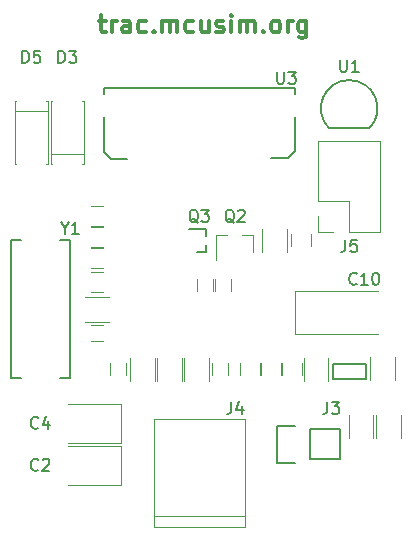
<source format=gto>
G04 #@! TF.FileFunction,Legend,Top*
%FSLAX46Y46*%
G04 Gerber Fmt 4.6, Leading zero omitted, Abs format (unit mm)*
G04 Created by KiCad (PCBNEW 4.0.7) date Sun May 27 13:06:25 2018*
%MOMM*%
%LPD*%
G01*
G04 APERTURE LIST*
%ADD10C,0.100000*%
%ADD11C,0.300000*%
%ADD12C,0.150000*%
%ADD13C,0.120000*%
G04 APERTURE END LIST*
D10*
D11*
X131206857Y-80958571D02*
X131778286Y-80958571D01*
X131421143Y-80458571D02*
X131421143Y-81744286D01*
X131492571Y-81887143D01*
X131635429Y-81958571D01*
X131778286Y-81958571D01*
X132278286Y-81958571D02*
X132278286Y-80958571D01*
X132278286Y-81244286D02*
X132349714Y-81101429D01*
X132421143Y-81030000D01*
X132564000Y-80958571D01*
X132706857Y-80958571D01*
X133849714Y-81958571D02*
X133849714Y-81172857D01*
X133778285Y-81030000D01*
X133635428Y-80958571D01*
X133349714Y-80958571D01*
X133206857Y-81030000D01*
X133849714Y-81887143D02*
X133706857Y-81958571D01*
X133349714Y-81958571D01*
X133206857Y-81887143D01*
X133135428Y-81744286D01*
X133135428Y-81601429D01*
X133206857Y-81458571D01*
X133349714Y-81387143D01*
X133706857Y-81387143D01*
X133849714Y-81315714D01*
X135206857Y-81887143D02*
X135064000Y-81958571D01*
X134778286Y-81958571D01*
X134635428Y-81887143D01*
X134564000Y-81815714D01*
X134492571Y-81672857D01*
X134492571Y-81244286D01*
X134564000Y-81101429D01*
X134635428Y-81030000D01*
X134778286Y-80958571D01*
X135064000Y-80958571D01*
X135206857Y-81030000D01*
X135849714Y-81815714D02*
X135921142Y-81887143D01*
X135849714Y-81958571D01*
X135778285Y-81887143D01*
X135849714Y-81815714D01*
X135849714Y-81958571D01*
X136564000Y-81958571D02*
X136564000Y-80958571D01*
X136564000Y-81101429D02*
X136635428Y-81030000D01*
X136778286Y-80958571D01*
X136992571Y-80958571D01*
X137135428Y-81030000D01*
X137206857Y-81172857D01*
X137206857Y-81958571D01*
X137206857Y-81172857D02*
X137278286Y-81030000D01*
X137421143Y-80958571D01*
X137635428Y-80958571D01*
X137778286Y-81030000D01*
X137849714Y-81172857D01*
X137849714Y-81958571D01*
X139206857Y-81887143D02*
X139064000Y-81958571D01*
X138778286Y-81958571D01*
X138635428Y-81887143D01*
X138564000Y-81815714D01*
X138492571Y-81672857D01*
X138492571Y-81244286D01*
X138564000Y-81101429D01*
X138635428Y-81030000D01*
X138778286Y-80958571D01*
X139064000Y-80958571D01*
X139206857Y-81030000D01*
X140492571Y-80958571D02*
X140492571Y-81958571D01*
X139849714Y-80958571D02*
X139849714Y-81744286D01*
X139921142Y-81887143D01*
X140064000Y-81958571D01*
X140278285Y-81958571D01*
X140421142Y-81887143D01*
X140492571Y-81815714D01*
X141135428Y-81887143D02*
X141278285Y-81958571D01*
X141564000Y-81958571D01*
X141706857Y-81887143D01*
X141778285Y-81744286D01*
X141778285Y-81672857D01*
X141706857Y-81530000D01*
X141564000Y-81458571D01*
X141349714Y-81458571D01*
X141206857Y-81387143D01*
X141135428Y-81244286D01*
X141135428Y-81172857D01*
X141206857Y-81030000D01*
X141349714Y-80958571D01*
X141564000Y-80958571D01*
X141706857Y-81030000D01*
X142421143Y-81958571D02*
X142421143Y-80958571D01*
X142421143Y-80458571D02*
X142349714Y-80530000D01*
X142421143Y-80601429D01*
X142492571Y-80530000D01*
X142421143Y-80458571D01*
X142421143Y-80601429D01*
X143135429Y-81958571D02*
X143135429Y-80958571D01*
X143135429Y-81101429D02*
X143206857Y-81030000D01*
X143349715Y-80958571D01*
X143564000Y-80958571D01*
X143706857Y-81030000D01*
X143778286Y-81172857D01*
X143778286Y-81958571D01*
X143778286Y-81172857D02*
X143849715Y-81030000D01*
X143992572Y-80958571D01*
X144206857Y-80958571D01*
X144349715Y-81030000D01*
X144421143Y-81172857D01*
X144421143Y-81958571D01*
X145135429Y-81815714D02*
X145206857Y-81887143D01*
X145135429Y-81958571D01*
X145064000Y-81887143D01*
X145135429Y-81815714D01*
X145135429Y-81958571D01*
X146064001Y-81958571D02*
X145921143Y-81887143D01*
X145849715Y-81815714D01*
X145778286Y-81672857D01*
X145778286Y-81244286D01*
X145849715Y-81101429D01*
X145921143Y-81030000D01*
X146064001Y-80958571D01*
X146278286Y-80958571D01*
X146421143Y-81030000D01*
X146492572Y-81101429D01*
X146564001Y-81244286D01*
X146564001Y-81672857D01*
X146492572Y-81815714D01*
X146421143Y-81887143D01*
X146278286Y-81958571D01*
X146064001Y-81958571D01*
X147206858Y-81958571D02*
X147206858Y-80958571D01*
X147206858Y-81244286D02*
X147278286Y-81101429D01*
X147349715Y-81030000D01*
X147492572Y-80958571D01*
X147635429Y-80958571D01*
X148778286Y-80958571D02*
X148778286Y-82172857D01*
X148706857Y-82315714D01*
X148635429Y-82387143D01*
X148492572Y-82458571D01*
X148278286Y-82458571D01*
X148135429Y-82387143D01*
X148778286Y-81887143D02*
X148635429Y-81958571D01*
X148349715Y-81958571D01*
X148206857Y-81887143D01*
X148135429Y-81815714D01*
X148064000Y-81672857D01*
X148064000Y-81244286D01*
X148135429Y-81101429D01*
X148206857Y-81030000D01*
X148349715Y-80958571D01*
X148635429Y-80958571D01*
X148778286Y-81030000D01*
D12*
X140300000Y-100568000D02*
X139500000Y-100568000D01*
X140300000Y-98568000D02*
X138800000Y-98568000D01*
X140300000Y-99968000D02*
X140300000Y-100568000D01*
X140300000Y-99168000D02*
X140300000Y-98568000D01*
X123738640Y-99560380D02*
X123738640Y-111259620D01*
X128737360Y-111259620D02*
X128737360Y-99560380D01*
X123738640Y-111259620D02*
X124587000Y-111259620D01*
X128737360Y-111259620D02*
X127889000Y-111259620D01*
X123738640Y-99560380D02*
X124587000Y-99560380D01*
X128737360Y-99560380D02*
X127889000Y-99560380D01*
D13*
X133102000Y-120268000D02*
X128552000Y-120268000D01*
X133102000Y-116968000D02*
X128552000Y-116968000D01*
X133102000Y-120268000D02*
X133102000Y-116968000D01*
X148586000Y-109490000D02*
X148586000Y-111490000D01*
X150626000Y-111490000D02*
X150626000Y-109490000D01*
X133101000Y-116712000D02*
X128551000Y-116712000D01*
X133101000Y-113412000D02*
X128551000Y-113412000D01*
X133101000Y-116712000D02*
X133101000Y-113412000D01*
X152396000Y-114316000D02*
X152396000Y-116316000D01*
X154436000Y-116316000D02*
X154436000Y-114316000D01*
X130564000Y-98386000D02*
X131564000Y-98386000D01*
X131564000Y-96686000D02*
X130564000Y-96686000D01*
X130564000Y-101942000D02*
X131564000Y-101942000D01*
X131564000Y-100242000D02*
X130564000Y-100242000D01*
X149186000Y-100068000D02*
X149186000Y-99068000D01*
X147486000Y-99068000D02*
X147486000Y-100068000D01*
X147777000Y-103814000D02*
X154877000Y-103814000D01*
X147777000Y-107514000D02*
X154877000Y-107514000D01*
X147777000Y-103814000D02*
X147777000Y-107514000D01*
X130548000Y-103974000D02*
X131548000Y-103974000D01*
X131548000Y-102274000D02*
X130548000Y-102274000D01*
X130564000Y-100164000D02*
X131564000Y-100164000D01*
X131564000Y-98464000D02*
X130564000Y-98464000D01*
X144868000Y-110990000D02*
X144868000Y-109990000D01*
X143168000Y-109990000D02*
X143168000Y-110990000D01*
X146646000Y-110990000D02*
X146646000Y-109990000D01*
X144946000Y-109990000D02*
X144946000Y-110990000D01*
X148424000Y-110990000D02*
X148424000Y-109990000D01*
X146724000Y-109990000D02*
X146724000Y-110990000D01*
X127244000Y-93084000D02*
X127114000Y-93084000D01*
X127114000Y-93084000D02*
X127114000Y-87764000D01*
X127114000Y-87764000D02*
X127244000Y-87764000D01*
X129804000Y-93084000D02*
X129934000Y-93084000D01*
X129934000Y-93084000D02*
X129934000Y-87764000D01*
X129934000Y-87764000D02*
X129804000Y-87764000D01*
X127114000Y-92244000D02*
X129934000Y-92244000D01*
X126756000Y-87764000D02*
X126886000Y-87764000D01*
X126886000Y-87764000D02*
X126886000Y-93084000D01*
X126886000Y-93084000D02*
X126756000Y-93084000D01*
X124196000Y-87764000D02*
X124066000Y-87764000D01*
X124066000Y-87764000D02*
X124066000Y-93084000D01*
X124066000Y-93084000D02*
X124196000Y-93084000D01*
X126886000Y-88604000D02*
X124066000Y-88604000D01*
D12*
X153800000Y-110044000D02*
X153800000Y-111344000D01*
X151000000Y-110044000D02*
X153800000Y-110044000D01*
X151000000Y-111344000D02*
X151000000Y-110044000D01*
X153800000Y-111344000D02*
X151000000Y-111344000D01*
D13*
X135850000Y-122868000D02*
X143550000Y-122868000D01*
X135850000Y-123868000D02*
X143550000Y-123868000D01*
X143550000Y-123868000D02*
X143550000Y-114668000D01*
X143550000Y-114668000D02*
X135850000Y-114668000D01*
X135850000Y-114668000D02*
X135850000Y-123868000D01*
X149800000Y-96266000D02*
X149800000Y-91126000D01*
X149800000Y-91126000D02*
X155000000Y-91126000D01*
X155000000Y-91126000D02*
X155000000Y-98866000D01*
X155000000Y-98866000D02*
X152400000Y-98866000D01*
X152400000Y-98866000D02*
X152400000Y-96266000D01*
X152400000Y-96266000D02*
X149800000Y-96266000D01*
X149800000Y-97536000D02*
X149800000Y-98866000D01*
X149800000Y-98866000D02*
X151070000Y-98866000D01*
X144262000Y-99078000D02*
X143332000Y-99078000D01*
X141102000Y-99078000D02*
X142032000Y-99078000D01*
X141102000Y-99078000D02*
X141102000Y-101238000D01*
X144262000Y-99078000D02*
X144262000Y-100538000D01*
X156264000Y-109416000D02*
X156264000Y-111416000D01*
X154124000Y-111416000D02*
X154124000Y-109416000D01*
X156772000Y-114316000D02*
X156772000Y-116316000D01*
X154632000Y-116316000D02*
X154632000Y-114316000D01*
X147120000Y-98568000D02*
X147120000Y-100568000D01*
X144980000Y-100568000D02*
X144980000Y-98568000D01*
X141052000Y-103878000D02*
X141052000Y-102878000D01*
X142412000Y-102878000D02*
X142412000Y-103878000D01*
X139528000Y-103878000D02*
X139528000Y-102878000D01*
X140888000Y-102878000D02*
X140888000Y-103878000D01*
X130064000Y-104340000D02*
X132064000Y-104340000D01*
X132064000Y-106480000D02*
X130064000Y-106480000D01*
X130564000Y-106762000D02*
X131564000Y-106762000D01*
X131564000Y-108122000D02*
X130564000Y-108122000D01*
X132162000Y-110990000D02*
X132162000Y-109990000D01*
X133522000Y-109990000D02*
X133522000Y-110990000D01*
X140798000Y-110990000D02*
X140798000Y-109990000D01*
X142158000Y-109990000D02*
X142158000Y-110990000D01*
X138376000Y-111490000D02*
X138376000Y-109490000D01*
X140516000Y-109490000D02*
X140516000Y-111490000D01*
X136090000Y-111490000D02*
X136090000Y-109490000D01*
X138230000Y-109490000D02*
X138230000Y-111490000D01*
X133804000Y-111490000D02*
X133804000Y-109490000D01*
X135944000Y-109490000D02*
X135944000Y-111490000D01*
D12*
X150700000Y-90092000D02*
X154100000Y-90092000D01*
X150702944Y-90089056D02*
G75*
G02X152400000Y-85992000I1697056J1697056D01*
G01*
X154097056Y-90089056D02*
G75*
G03X152400000Y-85992000I-1697056J1697056D01*
G01*
X132200000Y-92700000D02*
X133600000Y-92700000D01*
X131600000Y-92100000D02*
X132200000Y-92700000D01*
X131600000Y-89100000D02*
X131600000Y-92100000D01*
X147200000Y-92600000D02*
X145800000Y-92600000D01*
X147800000Y-92000000D02*
X147200000Y-92600000D01*
X147800000Y-89100000D02*
X147800000Y-92000000D01*
X131600000Y-87200000D02*
X131600000Y-86700000D01*
X147800000Y-86700000D02*
X131600000Y-86700000D01*
X147800000Y-87200000D02*
X147800000Y-86700000D01*
X149098000Y-115570000D02*
X151638000Y-115570000D01*
X146278000Y-115290000D02*
X147828000Y-115290000D01*
X149098000Y-115570000D02*
X149098000Y-118110000D01*
X147828000Y-118390000D02*
X146278000Y-118390000D01*
X146278000Y-118390000D02*
X146278000Y-115290000D01*
X149098000Y-118110000D02*
X151638000Y-118110000D01*
X151638000Y-118110000D02*
X151638000Y-115570000D01*
X139604762Y-98083619D02*
X139509524Y-98036000D01*
X139414286Y-97940762D01*
X139271429Y-97797905D01*
X139176190Y-97750286D01*
X139080952Y-97750286D01*
X139128571Y-97988381D02*
X139033333Y-97940762D01*
X138938095Y-97845524D01*
X138890476Y-97655048D01*
X138890476Y-97321714D01*
X138938095Y-97131238D01*
X139033333Y-97036000D01*
X139128571Y-96988381D01*
X139319048Y-96988381D01*
X139414286Y-97036000D01*
X139509524Y-97131238D01*
X139557143Y-97321714D01*
X139557143Y-97655048D01*
X139509524Y-97845524D01*
X139414286Y-97940762D01*
X139319048Y-97988381D01*
X139128571Y-97988381D01*
X139890476Y-96988381D02*
X140509524Y-96988381D01*
X140176190Y-97369333D01*
X140319048Y-97369333D01*
X140414286Y-97416952D01*
X140461905Y-97464571D01*
X140509524Y-97559810D01*
X140509524Y-97797905D01*
X140461905Y-97893143D01*
X140414286Y-97940762D01*
X140319048Y-97988381D01*
X140033333Y-97988381D01*
X139938095Y-97940762D01*
X139890476Y-97893143D01*
X128301809Y-98528190D02*
X128301809Y-99004381D01*
X127968476Y-98004381D02*
X128301809Y-98528190D01*
X128635143Y-98004381D01*
X129492286Y-99004381D02*
X128920857Y-99004381D01*
X129206571Y-99004381D02*
X129206571Y-98004381D01*
X129111333Y-98147238D01*
X129016095Y-98242476D01*
X128920857Y-98290095D01*
X126071334Y-118975143D02*
X126023715Y-119022762D01*
X125880858Y-119070381D01*
X125785620Y-119070381D01*
X125642762Y-119022762D01*
X125547524Y-118927524D01*
X125499905Y-118832286D01*
X125452286Y-118641810D01*
X125452286Y-118498952D01*
X125499905Y-118308476D01*
X125547524Y-118213238D01*
X125642762Y-118118000D01*
X125785620Y-118070381D01*
X125880858Y-118070381D01*
X126023715Y-118118000D01*
X126071334Y-118165619D01*
X126452286Y-118165619D02*
X126499905Y-118118000D01*
X126595143Y-118070381D01*
X126833239Y-118070381D01*
X126928477Y-118118000D01*
X126976096Y-118165619D01*
X127023715Y-118260857D01*
X127023715Y-118356095D01*
X126976096Y-118498952D01*
X126404667Y-119070381D01*
X127023715Y-119070381D01*
X126071334Y-115419143D02*
X126023715Y-115466762D01*
X125880858Y-115514381D01*
X125785620Y-115514381D01*
X125642762Y-115466762D01*
X125547524Y-115371524D01*
X125499905Y-115276286D01*
X125452286Y-115085810D01*
X125452286Y-114942952D01*
X125499905Y-114752476D01*
X125547524Y-114657238D01*
X125642762Y-114562000D01*
X125785620Y-114514381D01*
X125880858Y-114514381D01*
X126023715Y-114562000D01*
X126071334Y-114609619D01*
X126928477Y-114847714D02*
X126928477Y-115514381D01*
X126690381Y-114466762D02*
X126452286Y-115181048D01*
X127071334Y-115181048D01*
X153027143Y-103227143D02*
X152979524Y-103274762D01*
X152836667Y-103322381D01*
X152741429Y-103322381D01*
X152598571Y-103274762D01*
X152503333Y-103179524D01*
X152455714Y-103084286D01*
X152408095Y-102893810D01*
X152408095Y-102750952D01*
X152455714Y-102560476D01*
X152503333Y-102465238D01*
X152598571Y-102370000D01*
X152741429Y-102322381D01*
X152836667Y-102322381D01*
X152979524Y-102370000D01*
X153027143Y-102417619D01*
X153979524Y-103322381D02*
X153408095Y-103322381D01*
X153693809Y-103322381D02*
X153693809Y-102322381D01*
X153598571Y-102465238D01*
X153503333Y-102560476D01*
X153408095Y-102608095D01*
X154598571Y-102322381D02*
X154693810Y-102322381D01*
X154789048Y-102370000D01*
X154836667Y-102417619D01*
X154884286Y-102512857D01*
X154931905Y-102703333D01*
X154931905Y-102941429D01*
X154884286Y-103131905D01*
X154836667Y-103227143D01*
X154789048Y-103274762D01*
X154693810Y-103322381D01*
X154598571Y-103322381D01*
X154503333Y-103274762D01*
X154455714Y-103227143D01*
X154408095Y-103131905D01*
X154360476Y-102941429D01*
X154360476Y-102703333D01*
X154408095Y-102512857D01*
X154455714Y-102417619D01*
X154503333Y-102370000D01*
X154598571Y-102322381D01*
X127785905Y-84526381D02*
X127785905Y-83526381D01*
X128024000Y-83526381D01*
X128166858Y-83574000D01*
X128262096Y-83669238D01*
X128309715Y-83764476D01*
X128357334Y-83954952D01*
X128357334Y-84097810D01*
X128309715Y-84288286D01*
X128262096Y-84383524D01*
X128166858Y-84478762D01*
X128024000Y-84526381D01*
X127785905Y-84526381D01*
X128690667Y-83526381D02*
X129309715Y-83526381D01*
X128976381Y-83907333D01*
X129119239Y-83907333D01*
X129214477Y-83954952D01*
X129262096Y-84002571D01*
X129309715Y-84097810D01*
X129309715Y-84335905D01*
X129262096Y-84431143D01*
X129214477Y-84478762D01*
X129119239Y-84526381D01*
X128833524Y-84526381D01*
X128738286Y-84478762D01*
X128690667Y-84431143D01*
X124737905Y-84526381D02*
X124737905Y-83526381D01*
X124976000Y-83526381D01*
X125118858Y-83574000D01*
X125214096Y-83669238D01*
X125261715Y-83764476D01*
X125309334Y-83954952D01*
X125309334Y-84097810D01*
X125261715Y-84288286D01*
X125214096Y-84383524D01*
X125118858Y-84478762D01*
X124976000Y-84526381D01*
X124737905Y-84526381D01*
X126214096Y-83526381D02*
X125737905Y-83526381D01*
X125690286Y-84002571D01*
X125737905Y-83954952D01*
X125833143Y-83907333D01*
X126071239Y-83907333D01*
X126166477Y-83954952D01*
X126214096Y-84002571D01*
X126261715Y-84097810D01*
X126261715Y-84335905D01*
X126214096Y-84431143D01*
X126166477Y-84478762D01*
X126071239Y-84526381D01*
X125833143Y-84526381D01*
X125737905Y-84478762D01*
X125690286Y-84431143D01*
X150542667Y-113244381D02*
X150542667Y-113958667D01*
X150495047Y-114101524D01*
X150399809Y-114196762D01*
X150256952Y-114244381D01*
X150161714Y-114244381D01*
X150923619Y-113244381D02*
X151542667Y-113244381D01*
X151209333Y-113625333D01*
X151352191Y-113625333D01*
X151447429Y-113672952D01*
X151495048Y-113720571D01*
X151542667Y-113815810D01*
X151542667Y-114053905D01*
X151495048Y-114149143D01*
X151447429Y-114196762D01*
X151352191Y-114244381D01*
X151066476Y-114244381D01*
X150971238Y-114196762D01*
X150923619Y-114149143D01*
X142414667Y-113244381D02*
X142414667Y-113958667D01*
X142367047Y-114101524D01*
X142271809Y-114196762D01*
X142128952Y-114244381D01*
X142033714Y-114244381D01*
X143319429Y-113577714D02*
X143319429Y-114244381D01*
X143081333Y-113196762D02*
X142843238Y-113911048D01*
X143462286Y-113911048D01*
X152066667Y-99528381D02*
X152066667Y-100242667D01*
X152019047Y-100385524D01*
X151923809Y-100480762D01*
X151780952Y-100528381D01*
X151685714Y-100528381D01*
X153019048Y-99528381D02*
X152542857Y-99528381D01*
X152495238Y-100004571D01*
X152542857Y-99956952D01*
X152638095Y-99909333D01*
X152876191Y-99909333D01*
X152971429Y-99956952D01*
X153019048Y-100004571D01*
X153066667Y-100099810D01*
X153066667Y-100337905D01*
X153019048Y-100433143D01*
X152971429Y-100480762D01*
X152876191Y-100528381D01*
X152638095Y-100528381D01*
X152542857Y-100480762D01*
X152495238Y-100433143D01*
X142652762Y-98083619D02*
X142557524Y-98036000D01*
X142462286Y-97940762D01*
X142319429Y-97797905D01*
X142224190Y-97750286D01*
X142128952Y-97750286D01*
X142176571Y-97988381D02*
X142081333Y-97940762D01*
X141986095Y-97845524D01*
X141938476Y-97655048D01*
X141938476Y-97321714D01*
X141986095Y-97131238D01*
X142081333Y-97036000D01*
X142176571Y-96988381D01*
X142367048Y-96988381D01*
X142462286Y-97036000D01*
X142557524Y-97131238D01*
X142605143Y-97321714D01*
X142605143Y-97655048D01*
X142557524Y-97845524D01*
X142462286Y-97940762D01*
X142367048Y-97988381D01*
X142176571Y-97988381D01*
X142986095Y-97083619D02*
X143033714Y-97036000D01*
X143128952Y-96988381D01*
X143367048Y-96988381D01*
X143462286Y-97036000D01*
X143509905Y-97083619D01*
X143557524Y-97178857D01*
X143557524Y-97274095D01*
X143509905Y-97416952D01*
X142938476Y-97988381D01*
X143557524Y-97988381D01*
X151638095Y-84288381D02*
X151638095Y-85097905D01*
X151685714Y-85193143D01*
X151733333Y-85240762D01*
X151828571Y-85288381D01*
X152019048Y-85288381D01*
X152114286Y-85240762D01*
X152161905Y-85193143D01*
X152209524Y-85097905D01*
X152209524Y-84288381D01*
X153209524Y-85288381D02*
X152638095Y-85288381D01*
X152923809Y-85288381D02*
X152923809Y-84288381D01*
X152828571Y-84431238D01*
X152733333Y-84526476D01*
X152638095Y-84574095D01*
X146304095Y-85304381D02*
X146304095Y-86113905D01*
X146351714Y-86209143D01*
X146399333Y-86256762D01*
X146494571Y-86304381D01*
X146685048Y-86304381D01*
X146780286Y-86256762D01*
X146827905Y-86209143D01*
X146875524Y-86113905D01*
X146875524Y-85304381D01*
X147256476Y-85304381D02*
X147875524Y-85304381D01*
X147542190Y-85685333D01*
X147685048Y-85685333D01*
X147780286Y-85732952D01*
X147827905Y-85780571D01*
X147875524Y-85875810D01*
X147875524Y-86113905D01*
X147827905Y-86209143D01*
X147780286Y-86256762D01*
X147685048Y-86304381D01*
X147399333Y-86304381D01*
X147304095Y-86256762D01*
X147256476Y-86209143D01*
M02*

</source>
